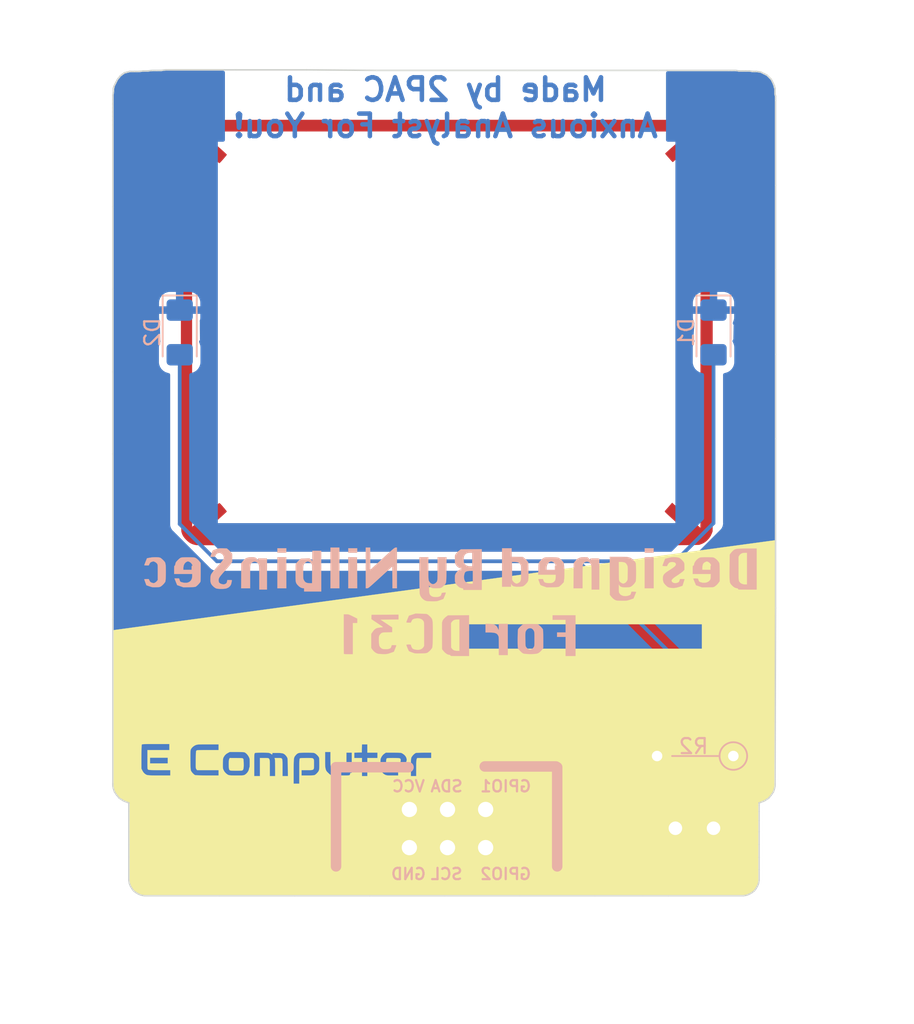
<source format=kicad_pcb>
(kicad_pcb (version 20221018) (generator pcbnew)
  (layers (0 "F.Cu" signal) (31 "B.Cu" signal) (34 "B.Paste" user) (35 "F.Paste" user) (36 "B.SilkS" user "B.Silkscreen") (37 "F.SilkS" user "F.Silkscreen") (38 "B.Mask" user) (39 "F.Mask" user) (44 "Edge.Cuts" user))
  (net 0 "")
  (net 1 "Net-(D1-A)")
  (net 2 "Net-(D3-A)")
  (net 3 "Net-(D1-K)")
  (footprint "LOGO" (layer "F.Cu") (at 63.151489 63.352353)
    (fp_text reference "G***" hide)
    (fp_text value "LOGO" hide)
  )
  (footprint "LOGO" (layer "F.Cu") (at 63.151489 63.352353)
    (fp_text reference "G***" hide)
    (fp_text value "LOGO" hide)
    (fp_poly (pts (xy -18.2245 18.711333) (xy -19.431 18.711333) (xy -19.431 18.288) (xy -18.2245 18.288) (xy -18.2245 18.711333)) (stroke (width 0.01)) (fill solid) (layer "F.Cu"))
    (fp_poly (pts (xy 17.377833 11.070166) (xy 1.820333 11.070166) (xy 1.820333 9.398) (xy 17.377833 9.398) (xy 17.377833 11.070166)) (stroke (width 0.01)) (fill solid) (layer "F.Cu"))
    (fp_poly (pts (xy -4.909402 17.949333) (xy -4.233334 17.949333) (xy -4.233334 18.3515) (xy -4.910667 18.3515) (xy -4.910667 19.558) (xy -5.312834 19.558) (xy -5.312834 18.3515) (xy -5.820834 18.3515) (xy -5.820834 17.949333) (xy -5.314099 17.949333) (xy -5.308175 17.679458) (xy -5.30225 17.409583) (xy -4.92125 17.409583) (xy -4.909402 17.949333)) (stroke (width 0.01)) (fill solid) (layer "F.Cu"))
    (fp_poly (pts (xy -0.656167 18.3515) (xy -1.120634 18.3515) (xy -1.272282 18.351628) (xy -1.387193 18.352368) (xy -1.470964 18.354248) (xy -1.529189 18.357797) (xy -1.567465 18.363544) (xy -1.591388 18.372019) (xy -1.606554 18.383752) (xy -1.61805 18.398543) (xy -1.628257 18.418794) (xy -1.636178 18.450188) (xy -1.642084 18.497684) (xy -1.646246 18.566242) (xy -1.648935 18.660821) (xy -1.650421 18.786381) (xy -1.650975 18.947882) (xy -1.651 19.001793) (xy -1.651 19.558) (xy -2.053167 19.558) (xy -2.053167 18.975583) (xy -2.052311 18.769158) (xy -2.04968 18.602716) (xy -2.045184 18.473943) (xy -2.03873 18.380521) (xy -2.030227 18.320135) (xy -2.026709 18.306239) (xy -1.979125 18.207469) (xy -1.902388 18.111105) (xy -1.808262 18.030396) (xy -1.751907 17.996758) (xy -1.719751 17.981701) (xy -1.687347 17.970215) (xy -1.648646 17.961819) (xy -1.597601 17.956033) (xy -1.528163 17.952372) (xy -1.434283 17.950357) (xy -1.309913 17.949504) (xy -1.156557 17.949333) (xy -0.656167 17.949333) (xy -0.656167 18.3515)) (stroke (width 0.01)) (fill solid) (layer "F.Cu"))
    (fp_poly (pts (xy -18.102052 17.594791) (xy -18.108084 17.81175) (xy -18.833042 17.817319) (xy -19.558 17.822889) (xy -19.558 18.433163) (xy -19.557833 18.610811) (xy -19.557139 18.750921) (xy -19.55563 18.858291) (xy -19.553019 18.937716) (xy -19.549018 18.993991) (xy -19.54334 19.031914) (xy -19.535696 19.056279) (xy -19.5258 19.071883) (xy -19.519292 19.078469) (xy -19.505081 19.08797) (xy -19.482767 19.095604) (xy -19.448017 19.10157) (xy -19.3965 19.106067) (xy -19.323884 19.109296) (xy -19.225837 19.111454) (xy -19.098028 19.112741) (xy -18.936125 19.113356) (xy -18.757292 19.1135) (xy -18.034 19.1135) (xy -18.034 19.515666) (xy -18.801292 19.51394) (xy -19.010462 19.513188) (xy -19.181426 19.511861) (xy -19.318312 19.509795) (xy -19.425245 19.506828) (xy -19.506351 19.5028) (xy -19.565756 19.497548) (xy -19.607587 19.490909) (xy -19.635969 19.482723) (xy -19.64005 19.481037) (xy -19.774114 19.400049) (xy -19.882305 19.2873) (xy -19.941988 19.187583) (xy -20.002467 19.060583) (xy -20.002484 18.266251) (xy -20.002292 18.057919) (xy -20.001601 17.88783) (xy -20.00025 17.751896) (xy -19.99808 17.646028) (xy -19.99493 17.566136) (xy -19.99064 17.508133) (xy -19.98505 17.467929) (xy -19.978001 17.441436) (xy -19.96955 17.424876) (xy -19.9366 17.377833) (xy -18.09602 17.377833) (xy -18.102052 17.594791)) (stroke (width 0.01)) (fill solid) (layer "F.Cu"))
    (fp_poly (pts (xy -7.366 18.378765) (xy -7.365786 18.53301) (xy -7.364791 18.651215) (xy -7.362485 18.739672) (xy -7.358339 18.804676) (xy -7.351824 18.852517) (xy -7.342411 18.889488) (xy -7.32957 18.921883) (xy -7.318375 18.944973) (xy -7.255082 19.033985) (xy -7.1755 19.092333) (xy -7.138217 19.111716) (xy -7.101648 19.125895) (xy -7.058221 19.135857) (xy -7.000366 19.142587) (xy -6.92051 19.147072) (xy -6.811081 19.150297) (xy -6.715125 19.15229) (xy -6.35 19.15933) (xy -6.35 17.949333) (xy -5.947834 17.949333) (xy -5.947834 19.346333) (xy -6.00075 19.346333) (xy -6.042008 19.356027) (xy -6.053667 19.390058) (xy -6.063805 19.445829) (xy -6.075579 19.474724) (xy -6.083825 19.486695) (xy -6.097422 19.496052) (xy -6.121135 19.503096) (xy -6.15973 19.508126) (xy -6.217972 19.511444) (xy -6.300626 19.51335) (xy -6.412459 19.514145) (xy -6.558237 19.514128) (xy -6.694704 19.513757) (xy -6.852756 19.512614) (xy -6.999665 19.510344) (xy -7.129314 19.507137) (xy -7.235586 19.503182) (xy -7.312361 19.498668) (xy -7.353523 19.493785) (xy -7.355417 19.493292) (xy -7.399286 19.470377) (xy -7.461566 19.425245) (xy -7.531272 19.36614) (xy -7.557408 19.341743) (xy -7.614865 19.284373) (xy -7.660843 19.230766) (xy -7.696614 19.175399) (xy -7.72345 19.112743) (xy -7.742622 19.037272) (xy -7.755402 18.943462) (xy -7.763062 18.825784) (xy -7.766874 18.678714) (xy -7.768108 18.496725) (xy -7.768167 18.425902) (xy -7.768167 17.907) (xy -7.366 17.907) (xy -7.366 18.378765)) (stroke (width 0.01)) (fill solid) (layer "F.Cu"))
    (fp_poly (pts (xy -14.816667 17.822333) (xy -16.274767 17.822333) (xy -16.307717 17.869376) (xy -16.317924 17.889627) (xy -16.325845 17.921021) (xy -16.331751 17.968517) (xy -16.335913 18.037075) (xy -16.338601 18.131654) (xy -16.340087 18.257214) (xy -16.340642 18.418715) (xy -16.340667 18.472626) (xy -16.340515 18.640924) (xy -16.339817 18.772029) (xy -16.338209 18.871082) (xy -16.335327 18.943222) (xy -16.330809 18.99359) (xy -16.32429 19.027326) (xy -16.315407 19.049571) (xy -16.303796 19.065463) (xy -16.298334 19.071166) (xy -16.285337 19.08256) (xy -16.268588 19.091705) (xy -16.243644 19.098846) (xy -16.20606 19.104232) (xy -16.151395 19.108109) (xy -16.075204 19.110723) (xy -15.973045 19.112322) (xy -15.840475 19.113153) (xy -15.673051 19.113462) (xy -15.536334 19.1135) (xy -14.816667 19.1135) (xy -14.816667 19.515666) (xy -15.583959 19.515201) (xy -15.786485 19.514932) (xy -15.951195 19.514255) (xy -16.082607 19.512959) (xy -16.185239 19.510833) (xy -16.263607 19.507667) (xy -16.322229 19.503249) (xy -16.365622 19.497369) (xy -16.398304 19.489816) (xy -16.424792 19.48038) (xy -16.435917 19.475453) (xy -16.55084 19.399394) (xy -16.64247 19.29106) (xy -16.700652 19.171073) (xy -16.712988 19.132853) (xy -16.722673 19.09286) (xy -16.730024 19.045591) (xy -16.735356 18.985543) (xy -16.738984 18.907214) (xy -16.741225 18.805099) (xy -16.742395 18.673697) (xy -16.742809 18.507504) (xy -16.742834 18.436015) (xy -16.742542 18.243948) (xy -16.741128 18.08909) (xy -16.737779 17.966317) (xy -16.731686 17.870504) (xy -16.722038 17.796528) (xy -16.708026 17.739266) (xy -16.688837 17.693593) (xy -16.663662 17.654387) (xy -16.631691 17.616522) (xy -16.609469 17.592901) (xy -16.547901 17.539582) (xy -16.472071 17.488009) (xy -16.441912 17.471193) (xy -16.342074 17.420166) (xy -14.816667 17.420166) (xy -14.816667 17.822333)) (stroke (width 0.01)) (fill solid) (layer "F.Cu"))
    (fp_poly (pts (xy -11.811623 17.949803) (xy -11.695724 17.950838) (xy -11.608963 17.953246) (xy -11.544745 17.957627) (xy -11.496471 17.964583) (xy -11.457546 17.974715) (xy -11.421371 17.988623) (xy -11.392959 18.001483) (xy -11.33071 18.029593) (xy -11.297505 18.040183) (xy -11.284245 18.034104) (xy -11.281834 18.012204) (xy -11.281834 18.011859) (xy -11.279588 17.996069) (xy -11.268696 17.984914) (xy -11.242931 17.977602) (xy -11.196063 17.973339) (xy -11.121864 17.971336) (xy -11.014103 17.970799) (xy -10.959042 17.970818) (xy -10.808851 17.972411) (xy -10.693089 17.978255) (xy -10.603909 17.990453) (xy -10.53346 18.011109) (xy -10.473896 18.042325) (xy -10.417366 18.086204) (xy -10.373148 18.127791) (xy -10.326342 18.176106) (xy -10.288939 18.222462) (xy -10.259892 18.272207) (xy -10.238151 18.330692) (xy -10.222668 18.403264) (xy -10.212397 18.495271) (xy -10.206288 18.612063) (xy -10.203294 18.758989) (xy -10.202366 18.941397) (xy -10.202334 18.999513) (xy -10.202334 19.558) (xy -10.6045 19.558) (xy -10.6045 18.997083) (xy -10.604369 18.814787) (xy -10.605204 18.670408) (xy -10.608848 18.559538) (xy -10.617142 18.47777) (xy -10.631929 18.420696) (xy -10.655053 18.383909) (xy -10.688354 18.363001) (xy -10.733676 18.353564) (xy -10.792861 18.351192) (xy -10.867752 18.351477) (xy -10.874375 18.351482) (xy -11.059584 18.351465) (xy -11.053083 18.954732) (xy -11.046582 19.558) (xy -11.451167 19.558) (xy -11.451167 18.997083) (xy -11.450739 18.814519) (xy -11.451084 18.669869) (xy -11.454648 18.55875) (xy -11.463873 18.476774) (xy -11.481205 18.419557) (xy -11.509087 18.382713) (xy -11.549964 18.361857) (xy -11.606281 18.352604) (xy -11.680482 18.350568) (xy -11.775011 18.351363) (xy -11.811 18.3515) (xy -12.086167 18.3515) (xy -12.086167 19.558) (xy -12.488334 19.558) (xy -12.488334 18.800709) (xy -12.488124 18.597561) (xy -12.487378 18.432549) (xy -12.485926 18.301479) (xy -12.483596 18.200154) (xy -12.480215 18.124381) (xy -12.475611 18.069963) (xy -12.469613 18.032705) (xy -12.462049 18.008413) (xy -12.455384 17.996376) (xy -12.443291 17.980949) (xy -12.427788 17.969329) (xy -12.40324 17.960981) (xy -12.364015 17.955368) (xy -12.304481 17.951954) (xy -12.219004 17.950203) (xy -12.101952 17.94958) (xy -11.963259 17.94954) (xy -11.811623 17.949803)) (stroke (width 0.01)) (fill solid) (layer "F.Cu"))
    (fp_poly (pts (xy -8.823414 17.950243) (xy -8.68162 17.953736) (xy -8.570493 17.960957) (xy -8.484212 17.973051) (xy -8.416958 17.991162) (xy -8.362909 18.016434) (xy -8.316244 18.050014) (xy -8.27119 18.092996) (xy -8.217256 18.151543) (xy -8.176582 18.20471) (xy -8.147308 18.259772) (xy -8.127576 18.324) (xy -8.115529 18.404666) (xy -8.109308 18.509044) (xy -8.107055 18.644406) (xy -8.106834 18.736229) (xy -8.107949 18.880052) (xy -8.11115 18.99702) (xy -8.116216 19.082889) (xy -8.122927 19.133413) (xy -8.128 19.14525) (xy -8.14623 19.175316) (xy -8.149167 19.196435) (xy -8.165275 19.240981) (xy -8.207593 19.299562) (xy -8.267115 19.362724) (xy -8.334834 19.421012) (xy -8.401743 19.464971) (xy -8.408094 19.468241) (xy -8.443498 19.484635) (xy -8.479242 19.496756) (xy -8.522222 19.505243) (xy -8.579336 19.510737) (xy -8.657482 19.513878) (xy -8.763556 19.515307) (xy -8.904457 19.515665) (xy -8.918777 19.515666) (xy -9.3345 19.515666) (xy -9.3345 19.1135) (xy -8.954701 19.1135) (xy -8.806502 19.113839) (xy -8.695291 19.111735) (xy -8.615784 19.102502) (xy -8.562695 19.081455) (xy -8.530738 19.043908) (xy -8.514628 18.985176) (xy -8.50908 18.900575) (xy -8.508809 18.785418) (xy -8.509 18.718407) (xy -8.508582 18.601046) (xy -8.510698 18.511718) (xy -8.520408 18.446616) (xy -8.542767 18.401932) (xy -8.582835 18.373856) (xy -8.64567 18.358581) (xy -8.736328 18.352298) (xy -8.859869 18.351201) (xy -8.99631 18.3515) (xy -9.153499 18.35255) (xy -9.271291 18.355819) (xy -9.352571 18.361482) (xy -9.400227 18.369713) (xy -9.414934 18.3769) (xy -9.421869 18.395629) (xy -9.427558 18.438516) (xy -9.432085 18.50837) (xy -9.435534 18.608002) (xy -9.437989 18.74022) (xy -9.439535 18.907836) (xy -9.440256 19.113658) (xy -9.440334 19.223566) (xy -9.440334 20.044833) (xy -9.863667 20.044833) (xy -9.863667 19.223103) (xy -9.863477 18.996378) (xy -9.862506 18.807735) (xy -9.860158 18.652923) (xy -9.855833 18.527691) (xy -9.848934 18.427787) (xy -9.838863 18.348961) (xy -9.82502 18.286962) (xy -9.806808 18.237539) (xy -9.78363 18.19644) (xy -9.754886 18.159415) (xy -9.719978 18.122212) (xy -9.706903 18.109071) (xy -9.656271 18.060217) (xy -9.610089 18.022485) (xy -9.562029 17.994442) (xy -9.505764 17.974654) (xy -9.434966 17.961688) (xy -9.343307 17.95411) (xy -9.224459 17.950488) (xy -9.072094 17.949388) (xy -9.001697 17.949333) (xy -8.823414 17.950243)) (stroke (width 0.01)) (fill solid) (layer "F.Cu"))
    (fp_poly (pts (xy -3.041241 17.907785) (xy -2.922269 17.908678) (xy -2.832872 17.910888) (xy -2.766672 17.914955) (xy -2.71729 17.921419) (xy -2.678347 17.93082) (xy -2.643464 17.943697) (xy -2.614084 17.956916) (xy -2.485512 18.037377) (xy -2.386942 18.141162) (xy -2.320778 18.262216) (xy -2.289419 18.394481) (xy -2.295267 18.531902) (xy -2.335917 18.658416) (xy -2.384455 18.738265) (xy -2.45286 18.821154) (xy -2.529824 18.895527) (xy -2.604041 18.949828) (xy -2.636791 18.965918) (xy -2.673961 18.972188) (xy -2.746114 18.977687) (xy -2.845901 18.982107) (xy -2.965973 18.985136) (xy -3.098983 18.986465) (xy -3.124286 18.9865) (xy -3.557649 18.9865) (xy -3.551533 18.801291) (xy -3.545417 18.616083) (xy -3.164417 18.610513) (xy -3.018588 18.607868) (xy -2.909704 18.603636) (xy -2.832378 18.596093) (xy -2.781224 18.583512) (xy -2.750854 18.564168) (xy -2.735881 18.536334) (xy -2.730916 18.498284) (xy -2.7305 18.471496) (xy -2.733103 18.433302) (xy -2.744295 18.404277) (xy -2.769152 18.38316) (xy -2.812752 18.368692) (xy -2.880172 18.359613) (xy -2.976486 18.354663) (xy -3.106773 18.352582) (xy -3.211297 18.352173) (xy -3.352502 18.352189) (xy -3.45724 18.353138) (xy -3.531378 18.355572) (xy -3.580781 18.360042) (xy -3.611315 18.367098) (xy -3.628844 18.377293) (xy -3.639235 18.391176) (xy -3.639922 18.392441) (xy -3.647799 18.428067) (xy -3.654318 18.498507) (xy -3.659047 18.596256) (xy -3.661549 18.713804) (xy -3.661834 18.771371) (xy -3.661834 19.109358) (xy -3.595175 19.132596) (xy -3.549987 19.140939) (xy -3.471112 19.14788) (xy -3.367189 19.15292) (xy -3.246856 19.15556) (xy -3.193009 19.155833) (xy -2.8575 19.155833) (xy -2.8575 19.515666) (xy -3.254375 19.515201) (xy -3.397155 19.514595) (xy -3.504772 19.512736) (xy -3.584395 19.508988) (xy -3.64319 19.50272) (xy -3.688324 19.493296) (xy -3.726963 19.480083) (xy -3.7465 19.47167) (xy -3.870419 19.394991) (xy -3.979324 19.287626) (xy -4.028355 19.219333) (xy -4.045423 19.188634) (xy -4.057978 19.154609) (xy -4.066901 19.110055) (xy -4.073071 19.047769) (xy -4.077369 18.960547) (xy -4.080674 18.841186) (xy -4.081963 18.780498) (xy -4.083454 18.609388) (xy -4.079163 18.473286) (xy -4.067532 18.365075) (xy -4.047006 18.277643) (xy -4.016029 18.203874) (xy -3.973043 18.136653) (xy -3.929478 18.083394) (xy -3.881317 18.031023) (xy -3.836054 17.990237) (xy -3.78766 17.959588) (xy -3.730102 17.937634) (xy -3.657351 17.922927) (xy -3.563376 17.914024) (xy -3.442146 17.909479) (xy -3.287629 17.907846) (xy -3.196167 17.907671) (xy -3.041241 17.907785)) (stroke (width 0.01)) (fill solid) (layer "F.Cu"))
    (fp_poly (pts (xy -13.458302 17.907911) (xy -13.320256 17.911077) (xy -13.212647 17.918029) (xy -13.129532 17.930093) (xy -13.064973 17.948594) (xy -13.013026 17.974855) (xy -12.967752 18.010203) (xy -12.92321 18.055962) (xy -12.912727 18.067776) (xy -12.856438 18.135574) (xy -12.814974 18.197722) (xy -12.785896 18.262791) (xy -12.766763 18.339352) (xy -12.755136 18.435975) (xy -12.748573 18.561232) (xy -12.746064 18.653125) (xy -12.744095 18.794603) (xy -12.745502 18.895826) (xy -12.750374 18.958744) (xy -12.758804 18.985307) (xy -12.761641 18.9865) (xy -12.778792 19.004641) (xy -12.784667 19.040727) (xy -12.798241 19.111121) (xy -12.833805 19.197195) (xy -12.883623 19.284486) (xy -12.939961 19.358533) (xy -12.970379 19.387927) (xy -13.019695 19.427362) (xy -13.064235 19.457718) (xy -13.110377 19.480181) (xy -13.164495 19.495938) (xy -13.232964 19.506175) (xy -13.322162 19.512078) (xy -13.438463 19.514835) (xy -13.588244 19.515631) (xy -13.656835 19.515666) (xy -13.810607 19.515527) (xy -13.92843 19.514714) (xy -14.016689 19.512631) (xy -14.08177 19.508684) (xy -14.130056 19.502278) (xy -14.167933 19.492818) (xy -14.201785 19.47971) (xy -14.237998 19.462357) (xy -14.240068 19.461326) (xy -14.368502 19.375214) (xy -14.474221 19.255284) (xy -14.52514 19.171119) (xy -14.54385 19.131563) (xy -14.557317 19.089207) (xy -14.566645 19.035786) (xy -14.572938 18.963033) (xy -14.577297 18.862683) (xy -14.580076 18.759523) (xy -14.581633 18.661386) (xy -14.139683 18.661386) (xy -14.139334 18.75433) (xy -14.13827 18.887219) (xy -14.134153 18.984156) (xy -14.125593 19.051494) (xy -14.111199 19.095581) (xy -14.089582 19.122769) (xy -14.059352 19.139407) (xy -14.054667 19.141144) (xy -14.020775 19.145857) (xy -13.954283 19.149437) (xy -13.863597 19.151899) (xy -13.757121 19.153259) (xy -13.643262 19.153533) (xy -13.530425 19.152736) (xy -13.427016 19.150886) (xy -13.34144 19.147997) (xy -13.282102 19.144086) (xy -13.257965 19.139634) (xy -13.225767 19.095153) (xy -13.203586 19.009932) (xy -13.191481 18.884376) (xy -13.189513 18.718893) (xy -13.190292 18.682894) (xy -13.193937 18.569203) (xy -13.198659 18.49032) (xy -13.205662 18.438719) (xy -13.21615 18.406874) (xy -13.231326 18.38726) (xy -13.238504 18.381499) (xy -13.263371 18.370328) (xy -13.30654 18.362126) (xy -13.373365 18.356525) (xy -13.4692 18.353159) (xy -13.599397 18.351662) (xy -13.676513 18.3515) (xy -13.827941 18.35108) (xy -13.942282 18.352827) (xy -14.024718 18.361252) (xy -14.080431 18.380864) (xy -14.114603 18.416173) (xy -14.132414 18.47169) (xy -14.139046 18.551924) (xy -14.139683 18.661386) (xy -14.581633 18.661386) (xy -14.582239 18.623246) (xy -14.581068 18.520695) (xy -14.576013 18.443356) (xy -14.566526 18.382715) (xy -14.552481 18.331528) (xy -14.50004 18.224543) (xy -14.418916 18.118068) (xy -14.320871 18.025117) (xy -14.217669 17.958702) (xy -14.213846 17.956896) (xy -14.177365 17.940816) (xy -14.141905 17.92865) (xy -14.101065 17.91985) (xy -14.048448 17.913869) (xy -13.977652 17.91016) (xy -13.882279 17.908176) (xy -13.755928 17.90737) (xy -13.632725 17.907206) (xy -13.458302 17.907911)) (stroke (width 0.01)) (fill solid) (layer "F.Cu"))
    (fp_poly (pts (xy 1.344622 -24.171592) (xy 2.319679 -24.171571) (xy 3.254104 -24.171533) (xy 4.148747 -24.171477) (xy 5.004458 -24.171403) (xy 5.822089 -24.171307) (xy 6.60249 -24.171188) (xy 7.346512 -24.171046) (xy 8.055004 -24.170878) (xy 8.728818 -24.170682) (xy 9.368804 -24.170457) (xy 9.975812 -24.170202) (xy 10.550694 -24.169915) (xy 11.094299 -24.169594) (xy 11.607478 -24.169238) (xy 12.091082 -24.168845) (xy 12.545962 -24.168414) (xy 12.972967 -24.167943) (xy 13.372949 -24.16743) (xy 13.746757 -24.166873) (xy 14.095243 -24.166272) (xy 14.419257 -24.165625) (xy 14.719649 -24.16493) (xy 14.99727 -24.164185) (xy 15.252971 -24.163389) (xy 15.487602 -24.16254) (xy 15.702014 -24.161637) (xy 15.897057 -24.160678) (xy 16.073581 -24.159661) (xy 16.232438 -24.158586) (xy 16.374477 -24.15745) (xy 16.50055 -24.156251) (xy 16.611507 -24.154989) (xy 16.708198 -24.153661) (xy 16.791474 -24.152266) (xy 16.862186 -24.150803) (xy 16.921184 -24.149269) (xy 16.969318 -24.147664) (xy 17.007439 -24.145985) (xy 17.036398 -24.144232) (xy 17.057045 -24.142402) (xy 17.070231 -24.140493) (xy 17.070916 -24.140353) (xy 17.172659 -24.112822) (xy 17.283018 -24.073829) (xy 17.356666 -24.041856) (xy 17.50583 -23.949704) (xy 17.647932 -23.826283) (xy 17.774489 -23.681383) (xy 17.877017 -23.524794) (xy 17.94703 -23.366303) (xy 17.949865 -23.357417) (xy 17.976067 -23.285826) (xy 18.011306 -23.204131) (xy 18.026407 -23.172713) (xy 18.076535 -23.072676) (xy 18.071142 -9.92238) (xy 18.06575 3.227916) (xy 18.014834 3.3655) (xy 17.938994 3.533832) (xy 17.840445 3.683148) (xy 17.710338 3.826581) (xy 17.693031 3.843218) (xy 17.552528 3.958506) (xy 17.398755 4.046748) (xy 17.218671 4.115276) (xy 17.197916 4.121563) (xy 17.189031 4.123846) (xy 17.177494 4.126035) (xy 17.16243 4.128133) (xy 17.142964 4.130142) (xy 17.11822 4.132064) (xy 17.087324 4.133901) (xy 17.0494 4.135655) (xy 17.003573 4.137329) (xy 16.948968 4.138924) (xy 16.884709 4.140443) (xy 16.809922 4.141888) (xy 16.72373 4.14326) (xy 16.625259 4.144563) (xy 16.513634 4.145798) (xy 16.387979 4.146967) (xy 16.247419 4.148072) (xy 16.091078 4.149116) (xy 15.918083 4.1501) (xy 15.727556 4.151027) (xy 15.518624 4.151899) (xy 15.29041 4.152718) (xy 15.04204 4.153486) (xy 14.772639 4.154205) (xy 14.481331 4.154878) (xy 14.16724 4.155506) (xy 13.829492 4.156091) (xy 13.467212 4.156636) (xy 13.079524 4.157143) (xy 12.665552 4.157614) (xy 12.224423 4.158051) (xy 11.75526 4.158456) (xy 11.257188 4.158831) (xy 10.729332 4.159179) (xy 10.170817 4.159501) (xy 9.580767 4.1598) (xy 8.958308 4.160078) (xy 8.302564 4.160337) (xy 7.612659 4.160578) (xy 6.887719 4.160805) (xy 6.126869 4.161019) (xy 5.329232 4.161222) (xy 4.493935 4.161417) (xy 3.620101 4.161605) (xy 2.706855 4.161789) (xy 1.753323 4.161971) (xy 0.758628 4.162152) (xy 0.41275 4.162214) (xy -0.576444 4.162365) (xy -1.541833 4.162463) (xy -2.482786 4.162508) (xy -3.398672 4.162501) (xy -4.28886 4.162442) (xy -5.15272 4.162332) (xy -5.98962 4.162171) (xy -6.798929 4.161961) (xy -7.580017 4.161702) (xy -8.332252 4.161394) (xy -9.055003 4.161039) (xy -9.747639 4.160636) (xy -10.409529 4.160187) (xy -11.040043 4.159691) (xy -11.63855 4.159151) (xy -12.204417 4.158565) (xy -12.737015 4.157936) (xy -13.235712 4.157263) (xy -13.699877 4.156547) (xy -14.12888 4.155789) (xy -14.522089 4.154989) (xy -14.878873 4.154148) (xy -15.198601 4.153267) (xy -15.480643 4.152346) (xy -15.724367 4.151387) (xy -15.929143 4.150388) (xy -16.094338 4.149352) (xy -16.219323 4.148279) (xy -16.303467 4.147169) (xy -16.346138 4.146023) (xy -16.35125 4.145597) (xy -16.524308 4.104235) (xy -16.672819 4.04597) (xy -16.807789 3.964621) (xy -16.940221 3.854008) (xy -17.028584 3.765155) (xy -17.129324 3.650198) (xy -17.203005 3.544149) (xy -17.257918 3.432626) (xy -17.302353 3.301247) (xy -17.308377 3.279845) (xy -17.310942 3.269324) (xy -17.313387 3.256115) (xy -17.315717 3.239232) (xy -17.317933 3.217686) (xy -17.32004 3.190488) (xy -17.322038 3.156652) (xy -17.323933 3.115188) (xy -17.325725 3.065109) (xy -17.327418 3.005426) (xy -17.329015 2.935152) (xy -17.330518 2.853298) (xy -17.331931 2.758877) (xy -17.333256 2.6509) (xy -17.334496 2.528378) (xy -17.335654 2.390325) (xy -17.336732 2.235752) (xy -17.337734 2.063671) (xy -17.338662 1.873093) (xy -17.339519 1.663031) (xy -17.340307 1.432496) (xy -17.341031 1.180501) (xy -17.341691 0.906058) (xy -17.342292 0.608178) (xy -17.342836 0.285873) (xy -17.343326 -0.061845) (xy -17.343765 -0.435964) (xy -17.344154 -0.837472) (xy -17.344498 -1.267358) (xy -17.3448 -1.726608) (xy -17.345061 -2.216212) (xy -17.345284 -2.737157) (xy -17.345473 -3.290432) (xy -17.345631 -3.877024) (xy -17.345759 -4.497922) (xy -17.345861 -5.154114) (xy -17.34594 -5.846587) (xy -17.345999 -6.576331) (xy -17.34604 -7.344333) (xy -17.346066 -8.15158) (xy -17.346079 -8.999062) (xy -17.346084 -9.887767) (xy -17.346084 -9.929006) (xy -16.612773 -9.929006) (xy -16.612743 -9.145235) (xy -16.612658 -8.366438) (xy -16.612518 -7.597348) (xy -16.612323 -6.842693) (xy -16.612073 -6.107207) (xy -16.611769 -5.395618) (xy -16.611409 -4.712659) (xy -16.610995 -4.06306) (xy -16.610576 -3.512765) (xy -16.60525 2.943971) (xy -15.726834 2.167992) (xy -15.5619 2.022296) (xy -15.405833 1.884441) (xy -15.261636 1.75708) (xy -15.132315 1.642865) (xy -15.020873 1.544451) (xy -14.930315 1.464491) (xy -14.863646 1.405637) (xy -14.82387 1.370543) (xy -14.814105 1.361945) (xy -14.799114 1.353889) (xy -14.780028 1.357475) (xy -14.75256 1.376549) (xy -14.712423 1.414958) (xy -14.65533 1.476548) (xy -14.576992 1.565168) (xy -14.538938 1.608826) (xy -14.460144 1.701019) (xy -14.39216 1.783601) (xy -14.33954 1.85079) (xy -14.306841 1.896805) (xy -14.298084 1.914551) (xy -14.313582 1.933712) (xy -14.358063 1.977834) (xy -14.428505 2.04417) (xy -14.521885 2.12997) (xy -14.635182 2.232486) (xy -14.765375 2.348969) (xy -14.909441 2.476672) (xy -15.064358 2.612845) (xy -15.102417 2.646132) (xy -15.259994 2.783844) (xy -15.408142 2.913363) (xy -15.543755 3.031972) (xy -15.663728 3.136951) (xy -15.764953 3.225582) (xy -15.844327 3.295146) (xy -15.898742 3.342925) (xy -15.925094 3.3662) (xy -15.926859 3.367802) (xy -15.90697 3.368864) (xy -15.845554 3.369906) (xy -15.743414 3.370926) (xy -15.601357 3.371922) (xy -15.420187 3.372894) (xy -15.20071 3.373842) (xy -14.943731 3.374763) (xy -14.650055 3.375658) (xy -14.320487 3.376525) (xy -13.955833 3.377363) (xy -13.556898 3.378171) (xy -13.124486 3.378949) (xy -12.659404 3.379695) (xy -12.162456 3.380409) (xy -11.634448 3.38109) (xy -11.076185 3.381736) (xy -10.488471 3.382346) (xy -9.872113 3.382921) (xy -9.227915 3.383458) (xy -8.556683 3.383958) (xy -7.859222 3.384418) (xy -7.136337 3.384838) (xy -6.388833 3.385217) (xy -5.617515 3.385555) (xy -4.823189 3.385849) (xy -4.006661 3.3861) (xy -3.168734 3.386306) (xy -2.310214 3.386467) (xy -1.431907 3.386581) (xy -0.534618 3.386648) (xy 0.260937 3.386666) (xy 16.468841 3.386666) (xy 16.070002 3.021541) (xy 15.930436 2.893869) (xy 15.771368 2.748517) (xy 15.604621 2.596278) (xy 15.44202 2.447948) (xy 15.295389 2.314319) (xy 15.265406 2.287018) (xy 15.142498 2.174968) (xy 15.047721 2.087761) (xy 14.977863 2.021787) (xy 14.929709 1.973438) (xy 14.900047 1.939102) (xy 14.885663 1.91517) (xy 14.883343 1.898031) (xy 14.889874 1.884077) (xy 14.897993 1.874268) (xy 14.924976 1.843585) (xy 14.973938 1.787741) (xy 15.039001 1.713447) (xy 15.114285 1.627416) (xy 15.154624 1.581295) (xy 15.37291 1.331673) (xy 15.41758 1.37242) (xy 15.441373 1.393745) (xy 15.493826 1.440503) (xy 15.57194 1.510027) (xy 15.672713 1.599649) (xy 15.793144 1.706701) (xy 15.930234 1.828517) (xy 16.08098 1.962428) (xy 16.242384 2.105767) (xy 16.361833 2.211825) (xy 17.261416 3.010482) (xy 17.266727 -8.39423) (xy 17.267214 -9.354687) (xy 17.267759 -10.272827) (xy 17.268363 -11.14867) (xy 17.269025 -11.982232) (xy 17.269746 -12.773532) (xy 17.270526 -13.522587) (xy 17.271365 -14.229415) (xy 17.272263 -14.894034) (xy 17.273219 -15.51646) (xy 17.274235 -16.096713) (xy 17.275309 -16.634809) (xy 17.276443 -17.130767) (xy 17.277635 -17.584604) (xy 17.278887 -17.996337) (xy 17.280198 -18.365985) (xy 17.281568 -18.693564) (xy 17.282997 -18.979094) (xy 17.284486 -19.222591) (xy 17.286034 -19.424073) (xy 17.287641 -19.583558) (xy 17.289308 -19.701064) (xy 17.291034 -19.776608) (xy 17.292819 -19.810207) (xy 17.29332 -19.812095) (xy 17.297793 -19.836183) (xy 17.301586 -19.902294) (xy 17.304697 -20.010124) (xy 17.307121 -20.15937) (xy 17.308856 -20.349727) (xy 17.3099 -20.58089) (xy 17.310248 -20.852556) (xy 17.309899 -21.16442) (xy 17.309175 -21.425004) (xy 17.30375 -23.024761) (xy 16.365951 -22.190964) (xy 16.19647 -22.040541) (xy 16.036242 -21.898838) (xy 15.88808 -21.768309) (xy 15.754798 -21.651408) (xy 15.639208 -21.55059) (xy 15.544123 -21.468308) (xy 15.472358 -21.407017) (xy 15.426724 -21.369172) (xy 15.410184 -21.357167) (xy 15.39199 -21.372234) (xy 15.351888 -21.413258) (xy 15.295426 -21.473973) (xy 15.228152 -21.548113) (xy 15.155614 -21.629415) (xy 15.08336 -21.711611) (xy 15.016937 -21.788437) (xy 14.961895 -21.853627) (xy 14.923781 -21.900916) (xy 14.908143 -21.924038) (xy 14.90811 -21.924163) (xy 14.922867 -21.940548) (xy 14.966671 -21.982034) (xy 15.036581 -22.045992) (xy 15.129656 -22.129793) (xy 15.242956 -22.230809) (xy 15.373539 -22.346411) (xy 15.518465 -22.47397) (xy 15.674793 -22.610859) (xy 15.741995 -22.6695) (xy 16.579688 -23.39975) (xy 8.427427 -23.405069) (xy 7.738111 -23.405484) (xy 7.010692 -23.405855) (xy 6.249377 -23.406183) (xy 5.458377 -23.406468) (xy 4.6419 -23.406709) (xy 3.804154 -23.406907) (xy 2.94935 -23.407061) (xy 2.081696 -23.407172) (xy 1.205401 -23.407239) (xy 0.324675 -23.407263) (xy -0.556275 -23.407244) (xy -1.433238 -23.407181) (xy -2.302005 -23.407075) (xy -3.158369 -23.406926) (xy -3.998119 -23.406733) (xy -4.817047 -23.406497) (xy -5.610943 -23.406217) (xy -6.375599 -23.405894) (xy -7.106806 -23.405527) (xy -7.800354 -23.405117) (xy -7.87461 -23.405069) (xy -16.024386 -23.39975) (xy -15.156118 -22.63775) (xy -14.993121 -22.494162) (xy -14.840278 -22.358471) (xy -14.700465 -22.233303) (xy -14.576559 -22.121285) (xy -14.471439 -22.025042) (xy -14.387979 -21.9472) (xy -14.329058 -21.890385) (xy -14.297553 -21.857224) (xy -14.292967 -21.849898) (xy -14.307977 -21.826122) (xy -14.346382 -21.776378) (xy -14.40352 -21.706399) (xy -14.474729 -21.621917) (xy -14.538938 -21.547462) (xy -14.626956 -21.447112) (xy -14.692007 -21.375306) (xy -14.738384 -21.328198) (xy -14.770378 -21.301943) (xy -14.792282 -21.292697) (xy -14.808389 -21.296613) (xy -14.814105 -21.300946) (xy -14.836044 -21.320281) (xy -14.886704 -21.364991) (xy -14.963081 -21.432422) (xy -15.062171 -21.519921) (xy -15.180969 -21.624836) (xy -15.316471 -21.744512) (xy -15.465671 -21.876297) (xy -15.625567 -22.017537) (xy -15.726834 -22.106993) (xy -16.60525 -22.882972) (xy -16.610576 -16.426236) (xy -16.61104 -15.810577) (xy -16.611449 -15.157316) (xy -16.611803 -14.471183) (xy -16.612102 -13.756909) (xy -16.612346 -13.019225) (xy -16.612535 -12.262862) (xy -16.612669 -11.492551) (xy -16.612749 -10.713022) (xy -16.612773 -9.929006) (xy -17.346084 -9.929006) (xy -17.346084 -10.00125) (xy -17.34608 -10.895209) (xy -17.346068 -11.747822) (xy -17.346043 -12.560078) (xy -17.346004 -13.332965) (xy -17.345947 -14.06747) (xy -17.34587 -14.764582) (xy -17.34577 -15.425289) (xy -17.345645 -16.050579) (xy -17.34549 -16.641439) (xy -17.345304 -17.198858) (xy -17.345084 -17.723824) (xy -17.344827 -18.217324) (xy -17.34453 -18.680348) (xy -17.34419 -19.113882) (xy -17.343805 -19.518915) (xy -17.343372 -19.896435) (xy -17.342887 -20.247429) (xy -17.342349 -20.572887) (xy -17.341754 -20.873795) (xy -17.3411 -21.151142) (xy -17.340384 -21.405917) (xy -17.339602 -21.639106) (xy -17.338753 -21.851697) (xy -17.337833 -22.04468) (xy -17.33684 -22.219042) (xy -17.33577 -22.375771) (xy -17.334621 -22.515854) (xy -17.333391 -22.640281) (xy -17.332076 -22.750038) (xy -17.330674 -22.846115) (xy -17.329181 -22.929498) (xy -17.327596 -23.001177) (xy -17.325914 -23.062138) (xy -17.324135 -23.11337) (xy -17.322253 -23.155862) (xy -17.320268 -23.1906) (xy -17.318175 -23.218574) (xy -17.315973 -23.240771) (xy -17.313658 -23.258178) (xy -17.311228 -23.271785) (xy -17.30868 -23.282579) (xy -17.308475 -23.283334) (xy -17.264625 -23.419835) (xy -17.210566 -23.53581) (xy -17.13891 -23.643224) (xy -17.04227 -23.754045) (xy -16.977942 -23.818693) (xy -16.850523 -23.933973) (xy -16.733222 -24.019005) (xy -16.614894 -24.080148) (xy -16.484397 -24.123762) (xy -16.414381 -24.140292) (xy -16.401758 -24.142209) (xy -16.381801 -24.144048) (xy -16.353657 -24.14581) (xy -16.316477 -24.147497) (xy -16.269408 -24.149111) (xy -16.211601 -24.150652) (xy -16.142203 -24.152123) (xy -16.060364 -24.153525) (xy -15.965233 -24.15486) (xy -15.855959 -24.156129) (xy -15.73169 -24.157334) (xy -15.591575 -24.158477) (xy -15.434764 -24.159558) (xy -15.260405 -24.160581) (xy -15.067647 -24.161546) (xy -14.855639 -24.162454) (xy -14.62353 -24.163308) (xy -14.37047 -24.16411) (xy -14.095606 -24.16486) (xy -13.798087 -24.16556) (xy -13.477064 -24.166212) (xy -13.131684 -24.166817) (xy -12.761097 -24.167377) (xy -12.364451 -24.167895) (xy -11.940895 -24.16837) (xy -11.489579 -24.168805) (xy -11.00965 -24.169201) (xy -10.500259 -24.169561) (xy -9.960554 -24.169885) (xy -9.389684 -24.170175) (xy -8.786798 -24.170433) (xy -8.151044 -24.170661) (xy -7.481572 -24.170859) (xy -6.777531 -24.17103) (xy -6.038069 -24.171175) (xy -5.262335 -24.171295) (xy -4.449479 -24.171393) (xy -3.59865 -24.17147) (xy -2.708995 -24.171528) (xy -1.779664 -24.171567) (xy -0.809807 -24.17159) (xy 0.201429 -24.171599) (xy 0.328083 -24.171599) (xy 1.344622 -24.171592)) (stroke (width 0.01)) (fill solid) (layer "F.Cu"))
  )
  (footprint "badgelife_sao_v169bis:Badgelife-SAOv169-SAO-2x3" (layer "F.Cu") (at 63.5 86.36)
    (fp_text reference "X1" hide)
    (fp_text value "Badgelife_sao_connector_v169bis" hide)
    (fp_text user "GND" (at -2.54 3.048 unlocked) (layer "B.SilkS") (effects (font (size 0.75 0.75)) (justify mirror)))
    (fp_text user "VCC" (at -2.54 -2.794 unlocked) (layer "B.SilkS") (effects (font (size 0.75 0.75)) (justify mirror)))
    (fp_text user "GPIO2" (at 3.937 3.048) (layer "B.SilkS") (effects (font (size 0.75 0.75)) (justify mirror)))
    (fp_text user "GPIO1" (at 3.937 -2.794 unlocked) (layer "B.SilkS") (effects (font (size 0.75 0.75)) (justify mirror)))
    (fp_text user "SCL" (at 0 3.048) (layer "B.SilkS") (effects (font (size 0.75 0.75)) (justify mirror)))
    (fp_text user "SDA" (at 0 -2.794 unlocked) (layer "B.SilkS") (effects (font (size 0.75 0.75)) (justify mirror)))
    (pad "1" thru_hole oval (at -2.48 -1.25 270) (size 1.7272 1.7272) (drill 1.016) (layers "*.Cu" "*.Mask") (net 1 "Net-(D1-A)"))
    (pad "2" thru_hole rect (at -2.48 1.29 270) (size 1.7272 1.7272) (drill 1.016) (layers "*.Cu" "*.Mask") (net 3 "Net-(D1-K)"))
    (pad "3" thru_hole oval (at 0.06 -1.25 270) (size 1.7272 1.7272) (drill 1.016) (layers "*.Cu" "*.Mask"))
    (pad "4" thru_hole oval (at 0.06 1.29 270) (size 1.7272 1.7272) (drill 1.016) (layers "*.Cu" "*.Mask"))
    (pad "5" thru_hole circle (at 2.6 -1.25 270) (size 1.7272 1.7272) (drill 1.016) (layers "*.Cu" "*.Mask"))
    (pad "6" thru_hole circle (at 2.6 1.29 270) (size 1.7272 1.7272) (drill 1.016) (layers "*.Cu" "*.Mask"))
  )
  (footprint "LED_THT:LED_D5.0mm_IRGrey" (layer "F.Cu") (at 78.74 86.36)
    (fp_text reference "D3" (at 1.27 -3.96) (layer "F.SilkS"))
    (fp_text value "LED" hide)
    (pad "1" thru_hole rect (at 0 0) (size 1.8 1.8) (drill 0.9) (layers "*.Cu" "*.Mask") (net 3 "Net-(D1-K)"))
    (pad "2" thru_hole circle (at 2.54 0) (size 1.8 1.8) (drill 0.9) (layers "*.Cu" "*.Mask") (net 2 "Net-(D3-A)"))
  )
  (footprint "LOGO" (layer "F.Cu") (at 63.151489 63.352353)
    (fp_text reference "G***" hide)
    (fp_text value "LOGO" hide)
  )
  (footprint "LOGO" (layer "F.Cu") (at 63.151489 63.352353)
    (fp_text reference "G***" hide)
    (fp_text value "LOGO" hide)
  )
  (footprint "LOGO" (layer "F.Cu") (at 63.151489 63.352353)
    (fp_text reference "G***" hide)
    (fp_text value "LOGO" hide)
  )
  (footprint "LOGO" (layer "F.Cu") (at 63.151489 63.352353)
    (fp_text reference "G***" hide)
    (fp_text value "LOGO" hide)
  )
  (footprint "LOGO" (layer "F.Cu") (at 63.151489 63.352353)
    (fp_text reference "G***" hide)
    (fp_text value "LOGO" hide)
  )
  (footprint "LED_SMD:LED_1206_3216Metric_Pad1.42x1.75mm_HandSolder" (layer "B.Cu") (at 81.28 53.34 -90)
    (fp_text reference "D1" (at 0 1.82 90) (layer "B.SilkS") (effects (justify mirror)))
    (fp_text value "LED")
    (pad "1" smd roundrect (at -1.4875 0 270) (size 1.425 1.75) (layers "B.Cu" "B.Paste" "B.Mask") (roundrect_rratio 0.1754392982) (net 3 "Net-(D1-K)"))
    (pad "2" smd roundrect (at 1.4875 0 270) (size 1.425 1.75) (layers "B.Cu" "B.Paste" "B.Mask") (roundrect_rratio 0.1754392982) (net 1 "Net-(D1-A)"))
  )
  (footprint "LED_SMD:LED_1206_3216Metric_Pad1.42x1.75mm_HandSolder" (layer "B.Cu") (at 45.72 53.34 -90)
    (fp_text reference "D2" (at 0 1.82 90) (layer "B.SilkS") (effects (justify mirror)))
    (fp_text value "LED")
    (pad "1" smd roundrect (at -1.4875 0 270) (size 1.425 1.75) (layers "B.Cu" "B.Paste" "B.Mask") (roundrect_rratio 0.1754392982) (net 3 "Net-(D1-K)"))
    (pad "2" smd roundrect (at 1.4875 0 270) (size 1.425 1.75) (layers "B.Cu" "B.Paste" "B.Mask") (roundrect_rratio 0.1754392982) (net 1 "Net-(D1-A)"))
  )
  (footprint "Resistor_THT:R_Axial_DIN0204_L3.6mm_D1.6mm_P5.08mm_Vertical" (layer "B.Cu") (at 82.6 81.55 180)
    (fp_text reference "R2" (at 2.65 0.65) (layer "B.SilkS") (effects (justify mirror)))
    (fp_text value "R")
    (pad "1" thru_hole circle (at 0 0 180) (size 1.4 1.4) (drill 0.7) (layers "*.Cu" "*.Mask") (net 2 "Net-(D3-A)"))
    (pad "2" thru_hole oval (at 5.08 0 180) (size 1.4 1.4) (drill 0.7) (layers "*.Cu" "*.Mask") (net 1 "Net-(D1-A)"))
  )
  (gr_line (start 41.62441 36.420132) (end 41.553442 36.526584) (stroke (width 0.1)) (layer "Edge.Cuts"))
  (gr_line (start 41.269571 44.971752) (end 41.269571 50.471756) (stroke (width 0.1)) (layer "Edge.Cuts"))
  (gr_line (start 41.269571 50.471756) (end 41.269571 55.971761) (stroke (width 0.1)) (layer "Edge.Cuts"))
  (gr_line (start 85.411543 49.158852) (end 85.411543 43.552396) (stroke (width 0.1)) (layer "Edge.Cuts"))
  (gr_line (start 41.305055 83.720171) (end 41.376023 83.933074) (stroke (width 0.1)) (layer "Edge.Cuts"))
  (gr_line (start 63.376041 90.852435) (end 68.37927 90.852435) (stroke (width 0.1)) (layer "Edge.Cuts"))
  (gr_line (start 41.695378 84.358881) (end 41.979249 84.5363) (stroke (width 0.1)) (layer "Edge.Cuts"))
  (gr_line (start 43.292153 35.923357) (end 43.008282 35.958841) (stroke (width 0.1)) (layer "Edge.Cuts"))
  (gr_line (start 42.972798 90.745983) (end 43.150218 90.816951) (stroke (width 0.1)) (layer "Edge.Cuts"))
  (gr_line (start 82.288959 35.887874) (end 77.605084 35.887874) (stroke (width 0.1)) (layer "Edge.Cuts"))
  (gr_line (start 82.501863 35.887874) (end 82.288959 35.887874) (stroke (width 0.1)) (layer "Edge.Cuts"))
  (gr_line (start 68.37927 90.852435) (end 73.3825 90.852435) (stroke (width 0.1)) (layer "Edge.Cuts"))
  (gr_line (start 77.605084 35.887874) (end 72.885726 35.887874) (stroke (width 0.1)) (layer "Edge.Cuts"))
  (gr_line (start 84.098638 90.391144) (end 84.20509 90.213724) (stroke (width 0.1)) (layer "Edge.Cuts"))
  (gr_line (start 85.411543 66.049189) (end 85.411543 60.407248) (stroke (width 0.1)) (layer "Edge.Cuts"))
  (gr_line (start 43.008282 35.958841) (end 42.724411 35.958841) (stroke (width 0.1)) (layer "Edge.Cuts"))
  (gr_line (start 83.282509 90.852435) (end 83.495412 90.816951) (stroke (width 0.1)) (layer "Edge.Cuts"))
  (gr_line (start 83.672831 90.745983) (end 83.850251 90.639531) (stroke (width 0.1)) (layer "Edge.Cuts"))
  (gr_line (start 41.269571 83.400816) (end 41.269571 83.4363) (stroke (width 0.1)) (layer "Edge.Cuts"))
  (gr_line (start 85.376059 83.4363) (end 85.376059 83.400816) (stroke (width 0.1)) (layer "Edge.Cuts"))
  (gr_line (start 84.311542 84.820172) (end 84.311542 84.678236) (stroke (width 0.1)) (layer "Edge.Cuts"))
  (gr_line (start 85.340575 37.023358) (end 85.340575 36.987874) (stroke (width 0.1)) (layer "Edge.Cuts"))
  (gr_line (start 41.695378 36.349164) (end 41.62441 36.420132) (stroke (width 0.1)) (layer "Edge.Cuts"))
  (gr_line (start 43.150218 90.816951) (end 43.363121 90.852435) (stroke (width 0.1)) (layer "Edge.Cuts"))
  (gr_line (start 84.276058 90.036305) (end 84.311542 89.823402) (stroke (width 0.1)) (layer "Edge.Cuts"))
  (gr_line (start 76.576051 90.852435) (end 78.279279 90.852435) (stroke (width 0.1)) (layer "Edge.Cuts"))
  (gr_line (start 58.834101 35.887874) (end 54.150227 35.85239) (stroke (width 0.1)) (layer "Edge.Cuts"))
  (gr_line (start 42.334088 86.594367) (end 42.334088 87.44598) (stroke (width 0.1)) (layer "Edge.Cuts"))
  (gr_line (start 42.44054 35.958841) (end 42.369572 35.958841) (stroke (width 0.1)) (layer "Edge.Cuts"))
  (gr_line (start 85.376059 37.484649) (end 85.376059 37.378197) (stroke (width 0.1)) (layer "Edge.Cuts"))
  (gr_line (start 41.269571 38.939489) (end 41.269571 39.22336) (stroke (width 0.1)) (layer "Edge.Cuts"))
  (gr_line (start 42.334088 89.113723) (end 42.334088 89.823402) (stroke (width 0.1)) (layer "Edge.Cuts"))
  (gr_line (start 41.305055 37.058842) (end 41.305055 37.094326) (stroke (width 0.1)) (layer "Edge.Cuts"))
  (gr_line (start 83.885735 35.958841) (end 83.672831 35.923357) (stroke (width 0.1)) (layer "Edge.Cuts"))
  (gr_line (start 42.44054 90.213724) (end 42.546991 90.391144) (stroke (width 0.1)) (layer "Edge.Cuts"))
  (gr_line (start 42.795379 90.639531) (end 42.972798 90.745983) (stroke (width 0.1)) (layer "Edge.Cuts"))
  (gr_line (start 73.3825 90.852435) (end 76.576051 90.852435) (stroke (width 0.1)) (layer "Edge.Cuts"))
  (gr_line (start 41.269571 37.555617) (end 41.269571 37.839488) (stroke (width 0.1)) (layer "Edge.Cuts"))
  (gr_line (start 42.334088 85.245978) (end 42.334088 85.849205) (stroke (width 0.1)) (layer "Edge.Cuts"))
  (gr_line (start 84.950252 84.358881) (end 85.127671 84.145978) (stroke (width 0.1)) (layer "Edge.Cuts"))
  (gr_line (start 84.985736 36.349164) (end 84.8438 36.207229) (stroke (width 0.1)) (layer "Edge.Cuts"))
  (gr_line (start 85.376059 83.400816) (end 85.411543 71.691129) (stroke (width 0.1)) (layer "Edge.Cuts"))
  (gr_line (start 85.376059 37.058842) (end 85.340575 37.023358) (stroke (width 0.1)) (layer "Edge.Cuts"))
  (gr_line (start 85.411543 71.691129) (end 85.411543 66.049189) (stroke (width 0.1)) (layer "Edge.Cuts"))
  (gr_line (start 42.334088 87.44598) (end 42.334088 88.297594) (stroke (width 0.1)) (layer "Edge.Cuts"))
  (gr_line (start 85.340575 36.987874) (end 85.340575 36.952391) (stroke (width 0.1)) (layer "Edge.Cuts"))
  (gr_line (start 48.366351 90.852435) (end 53.369581 90.852435) (stroke (width 0.1)) (layer "Edge.Cuts"))
  (gr_line (start 85.376059 37.094326) (end 85.376059 37.058842) (stroke (width 0.1)) (layer "Edge.Cuts"))
  (gr_line (start 41.269571 39.22336) (end 41.269571 39.507231) (stroke (width 0.1)) (layer "Edge.Cuts"))
  (gr_line (start 41.269571 72.436291) (end 41.269571 83.400816) (stroke (width 0.1)) (layer "Edge.Cuts"))
  (gr_line (start 85.305091 36.881423) (end 85.269607 36.774971) (stroke (width 0.1)) (layer "Edge.Cuts"))
  (gr_line (start 42.369572 90.036305) (end 42.44054 90.213724) (stroke (width 0.1)) (layer "Edge.Cuts"))
  (gr_line (start 68.201851 35.887874) (end 63.517976 35.887874) (stroke (width 0.1)) (layer "Edge.Cuts"))
  (gr_line (start 85.340575 36.952391) (end 85.340575 36.916907) (stroke (width 0.1)) (layer "Edge.Cuts"))
  (gr_line (start 72.885726 35.887874) (end 68.201851 35.887874) (stroke (width 0.1)) (layer "Edge.Cuts"))
  (gr_line (start 84.311542 89.113723) (end 84.311542 88.297594) (stroke (width 0.1)) (layer "Edge.Cuts"))
  (gr_line (start 85.411543 37.874972) (end 85.411543 37.76852) (stroke (width 0.1)) (layer "Edge.Cuts"))
  (gr_line (start 41.766346 36.242713) (end 41.695378 36.349164) (stroke (width 0.1)) (layer "Edge.Cuts"))
  (gr_line (start 84.311542 88.297594) (end 84.311542 87.44598) (stroke (width 0.1)) (layer "Edge.Cuts"))
  (gr_line (start 41.269571 37.839488) (end 41.269571 38.123359) (stroke (width 0.1)) (layer "Edge.Cuts"))
  (gr_line (start 44.782477 35.85239) (end 44.498606 35.887874) (stroke (width 0.1)) (layer "Edge.Cuts"))
  (gr_line (start 78.279279 90.852435) (end 83.282509 90.852435) (stroke (width 0.1)) (layer "Edge.Cuts"))
  (gr_line (start 84.311542 89.823402) (end 84.311542 89.113723) (stroke (width 0.1)) (layer "Edge.Cuts"))
  (gr_line (start 85.411543 37.76852) (end 85.411543 37.662069) (stroke (width 0.1)) (layer "Edge.Cuts"))
  (gr_line (start 42.156668 36.029809) (end 42.085701 36.029809) (stroke (width 0.1)) (layer "Edge.Cuts"))
  (gr_line (start 85.340575 36.916907) (end 85.305091 36.881423) (stroke (width 0.1)) (layer "Edge.Cuts"))
  (gr_line (start 42.546991 90.391144) (end 42.653443 90.53308) (stroke (width 0.1)) (layer "Edge.Cuts"))
  (gr_line (start 41.517958 84.145978) (end 41.695378 84.358881) (stroke (width 0.1)) (layer "Edge.Cuts"))
  (gr_line (start 83.992186 90.53308) (end 84.098638 90.391144) (stroke (width 0.1)) (layer "Edge.Cuts"))
  (gr_line (start 83.672831 35.923357) (end 83.424444 35.923357) (stroke (width 0.1)) (layer "Edge.Cuts"))
  (gr_line (start 41.305055 37.236262) (end 41.305055 37.271746) (stroke (width 0.1)) (layer "Edge.Cuts"))
  (gr_line (start 42.334088 88.297594) (end 42.334088 89.113723) (stroke (width 0.1)) (layer "Edge.Cuts"))
  (gr_line (start 43.895379 35.887874) (end 43.611508 35.923357) (stroke (width 0.1)) (layer "Edge.Cuts"))
  (gr_line (start 83.495412 90.816951) (end 83.672831 90.745983) (stroke (width 0.1)) (layer "Edge.Cuts"))
  (gr_line (start 41.837313 36.207229) (end 41.766346 36.242713) (stroke (width 0.1)) (layer "Edge.Cuts"))
  (gr_line (start 41.269571 39.507231) (end 41.269571 44.971752) (stroke (width 0.1)) (layer "Edge.Cuts"))
  (gr_line (start 41.269571 38.371747) (end 41.269571 38.655618) (stroke (width 0.1)) (layer "Edge.Cuts"))
  (gr_line (start 85.411543 54.800792) (end 85.411543 49.158852) (stroke (width 0.1)) (layer "Edge.Cuts"))
  (gr_line (start 42.298604 35.994325) (end 42.227636 35.994325) (stroke (width 0.1)) (layer "Edge.Cuts"))
  (gr_line (start 85.376059 37.200778) (end 85.376059 37.12981) (stroke (width 0.1)) (layer "Edge.Cuts"))
  (gr_line (start 85.411543 37.662069) (end 85.411543 37.591101) (stroke (width 0.1)) (layer "Edge.Cuts"))
  (gr_line (start 42.334088 84.820172) (end 42.334088 85.245978) (stroke (width 0.1)) (layer "Edge.Cuts"))
  (gr_line (start 84.630897 36.100777) (end 84.417993 35.994325) (stroke (width 0.1)) (layer "Edge.Cuts"))
  (gr_line (start 41.305055 37.165294) (end 41.305055 37.200778) (stroke (width 0.1)) (layer "Edge.Cuts"))
  (gr_line (start 84.311542 85.849205) (end 84.311542 85.245978) (stroke (width 0.1)) (layer "Edge.Cuts"))
  (gr_line (start 41.411506 36.810455) (end 41.340539 36.952391) (stroke (width 0.1)) (layer "Edge.Cuts"))
  (gr_line (start 41.305055 37.271746) (end 41.269571 37.555617) (stroke (width 0.1)) (layer "Edge.Cuts"))
  (gr_line (start 84.417993 35.994325) (end 84.134122 35.958841) (stroke (width 0.1)) (layer "Edge.Cuts"))
  (gr_line (start 41.305055 37.200778) (end 41.305055 37.236262) (stroke (width 0.1)) (layer "Edge.Cuts"))
  (gr_line (start 83.424444 35.923357) (end 83.211541 35.923357) (stroke (width 0.1)) (layer "Edge.Cuts"))
  (gr_line (start 85.411543 37.591101) (end 85.376059 37.484649) (stroke (width 0.1)) (layer "Edge.Cuts"))
  (gr_line (start 63.517976 35.887874) (end 58.834101 35.887874) (stroke (width 0.1)) (layer "Edge.Cuts"))
  (gr_line (start 41.340539 36.952391) (end 41.340539 37.023358) (stroke (width 0.1)) (layer "Edge.Cuts"))
  (gr_line (start 84.20509 90.213724) (end 84.276058 90.036305) (stroke (width 0.1)) (layer "Edge.Cuts"))
  (gr_line (start 41.482474 36.668519) (end 41.411506 36.810455) (stroke (width 0.1)) (layer "Edge.Cuts"))
  (gr_line (start 41.269571 83.542751) (end 41.305055 83.720171) (stroke (width 0.1)) (layer "Edge.Cuts"))
  (gr_line (start 43.611508 35.923357) (end 43.292153 35.923357) (stroke (width 0.1)) (layer "Edge.Cuts"))
  (gr_line (start 42.334088 85.849205) (end 42.334088 86.594367) (stroke (width 0.1)) (layer "Edge.Cuts"))
  (gr_line (start 42.334088 84.678236) (end 42.334088 84.820172) (stroke (width 0.1)) (layer "Edge.Cuts"))
  (gr_line (start 84.134122 35.958841) (end 83.885735 35.958841) (stroke (width 0.1)) (layer "Edge.Cuts"))
  (gr_line (start 42.369572 35.958841) (end 42.298604 35.994325) (stroke (width 0.1)) (layer "Edge.Cuts"))
  (gr_line (start 42.724411 35.958841) (end 42.44054 35.958841) (stroke (width 0.1)) (layer "Edge.Cuts"))
  (gr_line (start 44.498606 35.887874) (end 44.179251 35.887874) (stroke (width 0.1)) (layer "Edge.Cuts"))
  (gr_line (start 84.311542 84.678236) (end 84.666381 84.5363) (stroke (width 0.1)) (layer "Edge.Cuts"))
  (gr_line (start 53.369581 90.852435) (end 58.372811 90.852435) (stroke (width 0.1)) (layer "Edge.Cuts"))
  (gr_line (start 42.014733 36.065293) (end 41.979249 36.100777) (stroke (width 0.1)) (layer "Edge.Cuts"))
  (gr_line (start 44.179251 35.887874) (end 43.895379 35.887874) (stroke (width 0.1)) (layer "Edge.Cuts"))
  (gr_line (start 41.269571 83.4363) (end 41.269571 83.542751) (stroke (width 0.1)) (layer "Edge.Cuts"))
  (gr_line (start 41.340539 37.023358) (end 41.305055 37.058842) (stroke (width 0.1)) (layer "Edge.Cuts"))
  (gr_line (start 41.553442 36.526584) (end 41.482474 36.668519) (stroke (width 0.1)) (layer "Edge.Cuts"))
  (gr_line (start 82.963153 35.923357) (end 82.75025 35.887874) (stroke (width 0.1)) (layer "Edge.Cuts"))
  (gr_line (start 41.908281 36.136261) (end 41.837313 36.207229) (stroke (width 0.1)) (layer "Edge.Cuts"))
  (gr_line (start 85.127671 36.4911) (end 84.985736 36.349164) (stroke (width 0.1)) (layer "Edge.Cuts"))
  (gr_line (start 84.666381 84.5363) (end 84.950252 84.358881) (stroke (width 0.1)) (layer "Edge.Cuts"))
  (gr_line (start 85.127671 84.145978) (end 85.269607 83.933074) (stroke (width 0.1)) (layer "Edge.Cuts"))
  (gr_line (start 83.211541 35.923357) (end 82.963153 35.923357) (stroke (width 0.1)) (layer "Edge.Cuts"))
  (gr_line (start 85.198639 36.633035) (end 85.127671 36.4911) (stroke (width 0.1)) (layer "Edge.Cuts"))
  (gr_line (start 41.269571 61.436282) (end 41.269571 66.936286) (stroke (width 0.1)) (layer "Edge.Cuts"))
  (gr_line (start 42.334088 89.823402) (end 42.369572 90.036305) (stroke (width 0.1)) (layer "Edge.Cuts"))
  (gr_line (start 84.8438 36.207229) (end 84.630897 36.100777) (stroke (width 0.1)) (layer "Edge.Cuts"))
  (gr_line (start 41.979249 84.5363) (end 42.334088 84.678236) (stroke (width 0.1)) (layer "Edge.Cuts"))
  (gr_line (start 63.517976 35.887874) (end 63.517976 35.887874) (stroke (width 0.1)) (layer "Edge.Cuts"))
  (gr_line (start 58.372811 90.852435) (end 63.376041 90.852435) (stroke (width 0.1)) (layer "Edge.Cuts"))
  (gr_line (start 41.269571 66.936286) (end 41.269571 72.436291) (stroke (width 0.1)) (layer "Edge.Cuts"))
  (gr_line (start 85.269607 36.774971) (end 85.198639 36.633035) (stroke (width 0.1)) (layer "Edge.Cuts"))
  (gr_line (start 42.653443 90.53308) (end 42.795379 90.639531) (stroke (width 0.1)) (layer "Edge.Cuts"))
  (gr_line (start 85.411543 43.552396) (end 85.411543 37.910456) (stroke (width 0.1)) (layer "Edge.Cuts"))
  (gr_line (start 41.269571 38.123359) (end 41.269571 38.371747) (stroke (width 0.1)) (layer "Edge.Cuts"))
  (gr_line (start 85.411543 37.910456) (end 85.411543 37.874972) (stroke (width 0.1)) (layer "Edge.Cuts"))
  (gr_line (start 54.150227 35.85239) (end 49.466352 35.85239) (stroke (width 0.1)) (layer "Edge.Cuts"))
  (gr_line (start 85.376059 37.30723) (end 85.376059 37.200778) (stroke (width 0.1)) (layer "Edge.Cuts"))
  (gr_line (start 85.340575 83.720171) (end 85.376059 83.542751) (stroke (width 0.1)) (layer "Edge.Cuts"))
  (gr_line (start 84.311542 86.594367) (end 84.311542 85.849205) (stroke (width 0.1)) (layer "Edge.Cuts"))
  (gr_line (start 41.376023 83.933074) (end 41.517958 84.145978) (stroke (width 0.1)) (layer "Edge.Cuts"))
  (gr_line (start 85.411543 60.407248) (end 85.411543 54.800792) (stroke (width 0.1)) (layer "Edge.Cuts"))
  (gr_line (start 84.311542 87.44598) (end 84.311542 86.594367) (stroke (width 0.1)) (layer "Edge.Cuts"))
  (gr_line (start 84.311542 85.245978) (end 84.311542 84.820172) (stroke (width 0.1)) (layer "Edge.Cuts"))
  (gr_line (start 85.376059 37.378197) (end 85.376059 37.30723) (stroke (width 0.1)) (layer "Edge.Cuts"))
  (gr_line (start 83.850251 90.639531) (end 83.992186 90.53308) (stroke (width 0.1)) (layer "Edge.Cuts"))
  (gr_line (start 41.979249 36.100777) (end 41.908281 36.136261) (stroke (width 0.1)) (layer "Edge.Cuts"))
  (gr_line (start 82.75025 35.887874) (end 82.501863 35.887874) (stroke (width 0.1)) (layer "Edge.Cuts"))
  (gr_line (start 42.227636 35.994325) (end 42.156668 36.029809) (stroke (width 0.1)) (layer "Edge.Cuts"))
  (gr_line (start 85.376059 37.12981) (end 85.376059 37.094326) (stroke (width 0.1)) (layer "Edge.Cuts"))
  (gr_line (start 41.305055 37.12981) (end 41.305055 37.165294) (stroke (width 0.1)) (layer "Edge.Cuts"))
  (gr_line (start 49.466352 35.85239) (end 44.782477 35.85239) (stroke (width 0.1)) (layer "Edge.Cuts"))
  (gr_line (start 43.363121 90.852435) (end 48.366351 90.852435) (stroke (width 0.1)) (layer "Edge.Cuts"))
  (gr_line (start 85.376059 83.542751) (end 85.376059 83.4363) (stroke (width 0.1)) (layer "Edge.Cuts"))
  (gr_line (start 42.085701 36.029809) (end 42.014733 36.065293) (stroke (width 0.1)) (layer "Edge.Cuts"))
  (gr_line (start 41.269571 55.971761) (end 41.269571 61.436282) (stroke (width 0.1)) (layer "Edge.Cuts"))
  (gr_line (start 41.269571 38.655618) (end 41.269571 38.939489) (stroke (width 0.1)) (layer "Edge.Cuts"))
  (gr_line (start 41.305055 37.094326) (end 41.305055 37.12981) (stroke (width 0.1)) (layer "Edge.Cuts"))
  (gr_line (start 85.269607 83.933074) (end 85.340575 83.720171) (stroke (width 0.1)) (layer "Edge.Cuts"))
  (gr_text "Made by 2PAC and\nAnxious Analyst For You!" (at 63.4238 38.3794) (layer "B.Cu") (effects (font (size 1.5 1.5) (thickness 0.3)) (justify mirror)))
  (segment (start 72.3 68.58) (end 72.3 68.6) (width 0.25) (layer "B.Cu") (net 1))
  (segment (start 72.3 68.58) (end 48.2 68.58) (width 0.25) (layer "B.Cu") (net 1))
  (segment (start 72.3 68.6) (end 82.65 78.95) (width 0.25) (layer "B.Cu") (net 1))
  (segment (start 45.72 66.1) (end 45.72 54.8275) (width 0.25) (layer "B.Cu") (net 1))
  (segment (start 66.08 80.05) (end 74.15 80.05) (width 0.25) (layer "B.Cu") (net 1))
  (segment (start 61.02 85.11) (end 66.08 80.05) (width 0.25) (layer "B.Cu") (net 1))
  (segment (start 74.15 80.05) (end 75.65 81.55) (width 0.25) (layer "B.Cu") (net 1))
  (segment (start 74.8 80.05) (end 74.15 80.05) (width 0.25) (layer "B.Cu") (net 1))
  (segment (start 82.65 78.95) (end 75.9 78.95) (width 0.25) (layer "B.Cu") (net 1))
  (segment (start 48.2 68.58) (end 45.72 66.1) (width 0.25) (layer "B.Cu") (net 1))
  (segment (start 75.65 81.55) (end 77.52 81.55) (width 0.25) (layer "B.Cu") (net 1))
  (segment (start 72.3 68.58) (end 78.74 68.58) (width 0.25) (layer "B.Cu") (net 1))
  (segment (start 75.9 78.95) (end 74.8 80.05) (width 0.25) (layer "B.Cu") (net 1))
  (segment (start 78.74 68.58) (end 81.28 66.04) (width 0.25) (layer "B.Cu") (net 1))
  (segment (start 81.28 66.04) (end 81.28 54.8275) (width 0.25) (layer "B.Cu") (net 1))
  (segment (start 82.6 85.04) (end 81.28 86.36) (width 0.25) (layer "B.Cu") (net 2))
  (segment (start 82.6 81.55) (end 82.6 85.04) (width 0.25) (layer "B.Cu") (net 2))
  (zone (net 0) (net_name "") (layer "B.Cu") (connect_pads (clearance 0)) (min_thickness 0.254)
    (keepout (tracks not_allowed) (vias not_allowed) (pads not_allowed) (copperpour not_allowed) (footprints allowed))
    (fill (thermal_gap 0.508) (thermal_bridge_width 0.508))
    (polygon (pts (xy 48.26 66.04) (xy 48.26 40.64) (xy 78.74 40.64)))
  )
  (zone (net 0) (net_name "") (layer "B.Cu") (connect_pads (clearance 0)) (min_thickness 0.25)
    (keepout (tracks not_allowed) (vias not_allowed) (pads not_allowed) (copperpour not_allowed) (footprints allowed))
    (fill (thermal_gap 0.5) (thermal_bridge_width 0.5))
    (polygon (pts (xy 44.4 52.73) (xy 45.25 52.79) (xy 47.06 52.62) (xy 47.06 53.04) (xy 47.07 53.85) (xy 44.43 53.87)))
  )
  (zone (net 3) (net_name "Net-(D1-K)") (layer "B.Cu") (connect_pads (clearance 0.508)) (min_thickness 0.25) (fill yes (thermal_gap 0.5) (thermal_bridge_width 0.5))
    (polygon (pts (xy 35.9 31.2) (xy 94.65 31.6) (xy 93.75 99.4) (xy 33.75 98.95)))
  )
  (zone (net 0) (net_name "") (layer "B.Cu") (connect_pads (clearance 0)) (min_thickness 0.254)
    (keepout (tracks not_allowed) (vias not_allowed) (pads not_allowed) (copperpour not_allowed) (footprints allowed))
    (fill (thermal_gap 0.508) (thermal_bridge_width 0.508))
    (polygon (pts (xy 78.74 66.04) (xy 48.26 66.04) (xy 48.26 40.64) (xy 78.74 40.64)))
  )
  (zone (net 0) (net_name "") (layer "B.Cu") (connect_pads (clearance 0)) (min_thickness 0.25)
    (keepout (tracks not_allowed) (vias not_allowed) (pads not_allowed) (copperpour not_allowed) (footprints allowed))
    (fill (thermal_gap 0.5) (thermal_bridge_width 0.5))
    (polygon (pts (xy 80.01 52.75) (xy 82.62 52.83) (xy 82.6 53.81) (xy 79.93 53.8)))
  )
  (zone (net 0) (net_name "") (layer "B.Cu") (connect_pads (clearance 0)) (min_thickness 0.254)
    (keepout (tracks not_allowed) (vias not_allowed) (pads not_allowed) (copperpour not_allowed) (footprints allowed))
    (fill (thermal_gap 0.508) (thermal_bridge_width 0.508))
    (polygon (pts (xy 78.74 66.04) (xy 48.26 66.04) (xy 48.26 40.64) (xy 78.74 40.64)))
  )
)
</source>
